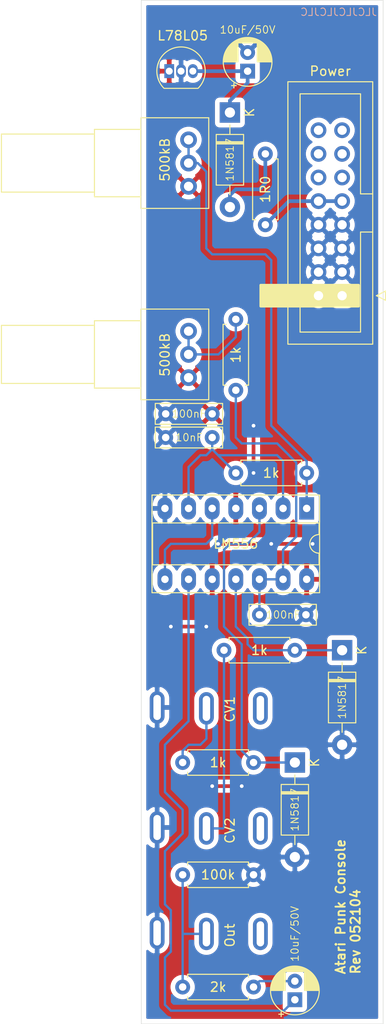
<source format=kicad_pcb>
(kicad_pcb (version 20171130) (host pcbnew "(5.1.9)-1")
  (layers (0 F.Cu signal) (31 B.Cu signal) (34 B.Paste user) (35 F.Paste user) (36 B.SilkS user) (37 F.SilkS user) (38 B.Mask user) (39 F.Mask user) (44 Edge.Cuts user))
  (net 0 "")
  (net 1 GND)
  (net 2 "Net-(C1-Pad1)")
  (net 3 "Net-(C2-Pad1)")
  (net 4 "Net-(C3-Pad2)")
  (net 5 "Net-(C3-Pad1)")
  (net 6 +VDC)
  (net 7 "Net-(C5-Pad1)")
  (net 8 "Net-(D1-Pad2)")
  (net 9 "Net-(D2-Pad1)")
  (net 10 "Net-(D3-Pad1)")
  (net 11 "Net-(IC2-Pad5)")
  (net 12 "Net-(IC2-Pad1)")
  (net 13 +12V)
  (net 14 "Net-(J4-PadT)")
  (net 15 "Net-(J5-PadT)")
  (net 16 "Net-(J6-PadT)")
  (net 17 "Net-(R11-Pad1)")
  (module Resistor_THT:R_Axial_DIN0207_L6.3mm_D2.5mm_P7.62mm_Horizontal (layer F.Cu) (at 17.78 50.8 180)
    (fp_text reference R1 hide)
    (fp_text value 1k (at 3.81 0) (layer F.SilkS))
    (pad 2 thru_hole oval (at 7.62 0 180) (size 1.6 1.6) (drill 0.8) (layers *.Cu *.Mask) (net 2 "Net-(C1-Pad1)"))
    (pad 1 thru_hole circle (at 0 0 180) (size 1.6 1.6) (drill 0.8) (layers *.Cu *.Mask) (net 12 "Net-(IC2-Pad1)"))
  )
  (module Potentiometer_THT:Potentiometer_Alps_RK097_Single_Horizontal (layer F.Cu) (at 5.08 35.56 180)
    (fp_text reference R11 hide)
    (fp_text value 500kB (at 2.54 -2.54 90) (layer F.SilkS))
    (pad 1 thru_hole circle (at 0 0 180) (size 1.8 1.8) (drill 1) (layers *.Cu *.Mask) (net 17 "Net-(R11-Pad1)"))
    (pad 2 thru_hole circle (at 0 -2.5 180) (size 1.8 1.8) (drill 1) (layers *.Cu *.Mask) (net 17 "Net-(R11-Pad1)"))
    (pad 3 thru_hole circle (at 0 -5 180) (size 1.8 1.8) (drill 1) (layers *.Cu *.Mask) (net 6 +VDC))
  )
  (module Potentiometer_THT:Potentiometer_Alps_RK097_Single_Horizontal (layer F.Cu) (at 5.08 15 180)
    (fp_text reference R10 hide)
    (fp_text value 500kB (at 2.54 -2.145 90) (layer F.SilkS))
    (pad 1 thru_hole circle (at 0 0 180) (size 1.8 1.8) (drill 1) (layers *.Cu *.Mask) (net 12 "Net-(IC2-Pad1)"))
    (pad 2 thru_hole circle (at 0 -2.5 180) (size 1.8 1.8) (drill 1) (layers *.Cu *.Mask) (net 12 "Net-(IC2-Pad1)"))
    (pad 3 thru_hole circle (at 0 -5 180) (size 1.8 1.8) (drill 1) (layers *.Cu *.Mask) (net 6 +VDC))
  )
  (module Connector_Audio_PJSeries:PJ-323 (layer F.Cu) (at 0 76)
    (fp_text reference J6 hide)
    (fp_text value CV1 (at 9.525 0.2 90) (layer F.SilkS))
    (pad TN thru_hole oval (at 12.8 0.1) (size 1.6 3.5) (drill oval 0.8 2.7) (layers *.Cu *.Mask))
    (pad T thru_hole oval (at 7 0.1) (size 1.6 3.5) (drill oval 0.8 2.7) (layers *.Cu *.Mask) (net 16 "Net-(J6-PadT)"))
    (pad S thru_hole oval (at 1.7 0) (size 1.6 3.5) (drill oval 0.8 2.7) (layers *.Cu *.Mask) (net 1 GND))
  )
  (module Connector_Audio_PJSeries:PJ-323 (layer F.Cu) (at 0 88.9)
    (fp_text reference J5 hide)
    (fp_text value CV2 (at 9.525 0.33 90) (layer F.SilkS))
    (pad TN thru_hole oval (at 12.8 0.1) (size 1.6 3.5) (drill oval 0.8 2.7) (layers *.Cu *.Mask))
    (pad T thru_hole oval (at 7 0.1) (size 1.6 3.5) (drill oval 0.8 2.7) (layers *.Cu *.Mask) (net 15 "Net-(J5-PadT)"))
    (pad S thru_hole oval (at 1.7 0) (size 1.6 3.5) (drill oval 0.8 2.7) (layers *.Cu *.Mask) (net 1 GND))
  )
  (module Connector_Audio_PJSeries:PJ-323 (layer F.Cu) (at 0 100.23)
    (fp_text reference J4 hide)
    (fp_text value Out (at 9.525 0.265 90) (layer F.SilkS))
    (pad TN thru_hole oval (at 12.8 0.1) (size 1.6 3.5) (drill oval 0.8 2.7) (layers *.Cu *.Mask))
    (pad T thru_hole oval (at 7 0.1) (size 1.6 3.5) (drill oval 0.8 2.7) (layers *.Cu *.Mask) (net 14 "Net-(J4-PadT)"))
    (pad S thru_hole oval (at 1.7 0) (size 1.6 3.5) (drill oval 0.8 2.7) (layers *.Cu *.Mask) (net 1 GND))
  )
  (module Resistor_THT:R_Axial_DIN0207_L6.3mm_D2.5mm_P7.62mm_Horizontal (layer F.Cu) (at 10.16 41.91 90)
    (fp_text reference R9 hide)
    (fp_text value 1k (at 3.81 0 90) (layer F.SilkS))
    (pad 2 thru_hole oval (at 7.62 0 90) (size 1.6 1.6) (drill 0.8) (layers *.Cu *.Mask) (net 17 "Net-(R11-Pad1)"))
    (pad 1 thru_hole circle (at 0 0 90) (size 1.6 1.6) (drill 0.8) (layers *.Cu *.Mask) (net 3 "Net-(C2-Pad1)"))
  )
  (module Resistor_THT:R_Axial_DIN0207_L6.3mm_D2.5mm_P7.62mm_Horizontal (layer F.Cu) (at 8.89 69.85)
    (fp_text reference R8 hide)
    (fp_text value 1k (at 3.81 0) (layer F.SilkS))
    (pad 2 thru_hole oval (at 7.62 0) (size 1.6 1.6) (drill 0.8) (layers *.Cu *.Mask) (net 10 "Net-(D3-Pad1)"))
    (pad 1 thru_hole circle (at 0 0) (size 1.6 1.6) (drill 0.8) (layers *.Cu *.Mask) (net 15 "Net-(J5-PadT)"))
  )
  (module Resistor_THT:R_Axial_DIN0207_L6.3mm_D2.5mm_P7.62mm_Horizontal (layer F.Cu) (at 4.445 81.915)
    (fp_text reference R7 hide)
    (fp_text value 1k (at 3.81 0) (layer F.SilkS))
    (pad 2 thru_hole oval (at 7.62 0) (size 1.6 1.6) (drill 0.8) (layers *.Cu *.Mask) (net 9 "Net-(D2-Pad1)"))
    (pad 1 thru_hole circle (at 0 0) (size 1.6 1.6) (drill 0.8) (layers *.Cu *.Mask) (net 16 "Net-(J6-PadT)"))
  )
  (module Resistor_THT:R_Axial_DIN0207_L6.3mm_D2.5mm_P7.62mm_Horizontal (layer F.Cu) (at 4.445 106.045)
    (fp_text reference R4 hide)
    (fp_text value 2k (at 3.81 0) (layer F.SilkS))
    (pad 2 thru_hole oval (at 7.62 0) (size 1.6 1.6) (drill 0.8) (layers *.Cu *.Mask) (net 4 "Net-(C3-Pad2)"))
    (pad 1 thru_hole circle (at 0 0) (size 1.6 1.6) (drill 0.8) (layers *.Cu *.Mask) (net 14 "Net-(J4-PadT)"))
  )
  (module Resistor_THT:R_Axial_DIN0207_L6.3mm_D2.5mm_P7.62mm_Horizontal (layer F.Cu) (at 12.065 93.98 180)
    (fp_text reference R3 hide)
    (fp_text value 100k (at 3.81 0) (layer F.SilkS))
    (pad 2 thru_hole oval (at 7.62 0 180) (size 1.6 1.6) (drill 0.8) (layers *.Cu *.Mask) (net 14 "Net-(J4-PadT)"))
    (pad 1 thru_hole circle (at 0 0 180) (size 1.6 1.6) (drill 0.8) (layers *.Cu *.Mask) (net 1 GND))
  )
  (module Resistor_THT:R_Axial_DIN0207_L6.3mm_D2.5mm_P7.62mm_Horizontal (layer F.Cu) (at 13.335 16.51 270)
    (fp_text reference R2 hide)
    (fp_text value 1R0 (at 3.81 0 90) (layer F.SilkS))
    (pad 2 thru_hole oval (at 7.62 0 270) (size 1.6 1.6) (drill 0.8) (layers *.Cu *.Mask) (net 13 +12V))
    (pad 1 thru_hole circle (at 0 0 270) (size 1.6 1.6) (drill 0.8) (layers *.Cu *.Mask) (net 8 "Net-(D1-Pad2)"))
  )
  (module Connector_IDC:IDC-Header_2x08_P2.54mm_Vertical (layer F.Cu) (at 21.59 31.75 180)
    (fp_text reference J1 hide)
    (fp_text value Power (at 1.27 24.13) (layer F.SilkS))
    (pad 16 thru_hole circle (at 2.54 17.78 180) (size 1.7 1.7) (drill 1) (layers *.Cu *.Mask))
    (pad 14 thru_hole circle (at 2.54 15.24 180) (size 1.7 1.7) (drill 1) (layers *.Cu *.Mask))
    (pad 12 thru_hole circle (at 2.54 12.7 180) (size 1.7 1.7) (drill 1) (layers *.Cu *.Mask))
    (pad 10 thru_hole circle (at 2.54 10.16 180) (size 1.7 1.7) (drill 1) (layers *.Cu *.Mask) (net 13 +12V))
    (pad 8 thru_hole circle (at 2.54 7.62 180) (size 1.7 1.7) (drill 1) (layers *.Cu *.Mask) (net 1 GND))
    (pad 6 thru_hole circle (at 2.54 5.08 180) (size 1.7 1.7) (drill 1) (layers *.Cu *.Mask) (net 1 GND))
    (pad 4 thru_hole circle (at 2.54 2.54 180) (size 1.7 1.7) (drill 1) (layers *.Cu *.Mask) (net 1 GND))
    (pad 2 thru_hole circle (at 2.54 0 180) (size 1.7 1.7) (drill 1) (layers *.Cu *.Mask))
    (pad 15 thru_hole circle (at 0 17.78 180) (size 1.7 1.7) (drill 1) (layers *.Cu *.Mask))
    (pad 13 thru_hole circle (at 0 15.24 180) (size 1.7 1.7) (drill 1) (layers *.Cu *.Mask))
    (pad 11 thru_hole circle (at 0 12.7 180) (size 1.7 1.7) (drill 1) (layers *.Cu *.Mask))
    (pad 9 thru_hole circle (at 0 10.16 180) (size 1.7 1.7) (drill 1) (layers *.Cu *.Mask) (net 13 +12V))
    (pad 7 thru_hole circle (at 0 7.62 180) (size 1.7 1.7) (drill 1) (layers *.Cu *.Mask) (net 1 GND))
    (pad 5 thru_hole circle (at 0 5.08 180) (size 1.7 1.7) (drill 1) (layers *.Cu *.Mask) (net 1 GND))
    (pad 3 thru_hole circle (at 0 2.54 180) (size 1.7 1.7) (drill 1) (layers *.Cu *.Mask) (net 1 GND))
    (pad 1 thru_hole roundrect (at 0 0 180) (size 1.7 1.7) (drill 1) (layers *.Cu *.Mask) (roundrect_rratio 0.1470588235294118))
  )
  (module Package_DIP:DIP-14_W7.62mm_Socket_LongPads (layer F.Cu) (at 17.78 54.61 270)
    (fp_text reference IC2 hide)
    (fp_text value LM556 (at 3.81 7.62 180) (layer F.SilkS))
    (pad 14 thru_hole oval (at 7.62 0 270) (size 2.4 1.6) (drill 0.8) (layers *.Cu *.Mask) (net 6 +VDC))
    (pad 7 thru_hole oval (at 0 15.24 270) (size 2.4 1.6) (drill 0.8) (layers *.Cu *.Mask) (net 1 GND))
    (pad 13 thru_hole oval (at 7.62 2.54 270) (size 2.4 1.6) (drill 0.8) (layers *.Cu *.Mask) (net 3 "Net-(C2-Pad1)"))
    (pad 6 thru_hole oval (at 0 12.7 270) (size 2.4 1.6) (drill 0.8) (layers *.Cu *.Mask) (net 2 "Net-(C1-Pad1)"))
    (pad 12 thru_hole oval (at 7.62 5.08 270) (size 2.4 1.6) (drill 0.8) (layers *.Cu *.Mask) (net 3 "Net-(C2-Pad1)"))
    (pad 5 thru_hole oval (at 0 10.16 270) (size 2.4 1.6) (drill 0.8) (layers *.Cu *.Mask) (net 11 "Net-(IC2-Pad5)"))
    (pad 11 thru_hole oval (at 7.62 7.62 270) (size 2.4 1.6) (drill 0.8) (layers *.Cu *.Mask) (net 10 "Net-(D3-Pad1)"))
    (pad 4 thru_hole oval (at 0 7.62 270) (size 2.4 1.6) (drill 0.8) (layers *.Cu *.Mask) (net 6 +VDC))
    (pad 10 thru_hole oval (at 7.62 10.16 270) (size 2.4 1.6) (drill 0.8) (layers *.Cu *.Mask) (net 6 +VDC))
    (pad 3 thru_hole oval (at 0 5.08 270) (size 2.4 1.6) (drill 0.8) (layers *.Cu *.Mask) (net 9 "Net-(D2-Pad1)"))
    (pad 9 thru_hole oval (at 7.62 12.7 270) (size 2.4 1.6) (drill 0.8) (layers *.Cu *.Mask) (net 5 "Net-(C3-Pad1)"))
    (pad 2 thru_hole oval (at 0 2.54 270) (size 2.4 1.6) (drill 0.8) (layers *.Cu *.Mask) (net 2 "Net-(C1-Pad1)"))
    (pad 8 thru_hole oval (at 7.62 15.24 270) (size 2.4 1.6) (drill 0.8) (layers *.Cu *.Mask) (net 11 "Net-(IC2-Pad5)"))
    (pad 1 thru_hole rect (at 0 0 270) (size 2.4 1.6) (drill 0.8) (layers *.Cu *.Mask) (net 12 "Net-(IC2-Pad1)"))
  )
  (module Package_TO_SOT_THT:TO-92_Inline (layer F.Cu) (at 3 7.62)
    (fp_text reference IC1 hide)
    (fp_text value L78L05 (at 1.445 -3.81) (layer F.SilkS))
    (pad 1 thru_hole rect (at 0 0) (size 1.05 1.5) (drill 0.75) (layers *.Cu *.Mask) (net 6 +VDC))
    (pad 3 thru_hole oval (at 2.54 0) (size 1.05 1.5) (drill 0.75) (layers *.Cu *.Mask) (net 7 "Net-(C5-Pad1)"))
    (pad 2 thru_hole oval (at 1.27 0) (size 1.05 1.5) (drill 0.75) (layers *.Cu *.Mask) (net 1 GND))
  )
  (module Diode_THT:D_DO-41_SOD81_P10.16mm_Horizontal (layer F.Cu) (at 21.59 69.85 270)
    (fp_text reference D3 hide)
    (fp_text value 1N5817 (at 5.08 0 90) (layer F.SilkS) (effects (font (size 0.8 0.8) (thickness 0.1))))
    (fp_text user K (at 0 -2.1 90) (layer F.SilkS))
    (pad 2 thru_hole oval (at 10.16 0 270) (size 2.2 2.2) (drill 1.1) (layers *.Cu *.Mask) (net 1 GND))
    (pad 1 thru_hole rect (at 0 0 270) (size 2.2 2.2) (drill 1.1) (layers *.Cu *.Mask) (net 10 "Net-(D3-Pad1)"))
  )
  (module Diode_THT:D_DO-41_SOD81_P10.16mm_Horizontal (layer F.Cu) (at 16.51 81.915 270)
    (fp_text reference D2 hide)
    (fp_text value 1N5817 (at 5.08 0 90) (layer F.SilkS) (effects (font (size 0.8 0.8) (thickness 0.1))))
    (fp_text user K (at 0 -2.1 90) (layer F.SilkS))
    (pad 2 thru_hole oval (at 10.16 0 270) (size 2.2 2.2) (drill 1.1) (layers *.Cu *.Mask) (net 1 GND))
    (pad 1 thru_hole rect (at 0 0 270) (size 2.2 2.2) (drill 1.1) (layers *.Cu *.Mask) (net 9 "Net-(D2-Pad1)"))
  )
  (module Diode_THT:D_DO-41_SOD81_P10.16mm_Horizontal (layer F.Cu) (at 9.525 12.065 270)
    (fp_text reference D1 hide)
    (fp_text value 1N5817 (at 5.08 0 90) (layer F.SilkS) (effects (font (size 0.8 0.8) (thickness 0.1))))
    (fp_text user K (at 0 -2.1 90) (layer F.SilkS))
    (pad 2 thru_hole oval (at 10.16 0 270) (size 2.2 2.2) (drill 1.1) (layers *.Cu *.Mask) (net 8 "Net-(D1-Pad2)"))
    (pad 1 thru_hole rect (at 0 0 270) (size 2.2 2.2) (drill 1.1) (layers *.Cu *.Mask) (net 7 "Net-(C5-Pad1)"))
  )
  (module Capacitor_THT:CP_Radial_D5.0mm_P2.00mm (layer F.Cu) (at 11.43 7.62 90)
    (fp_text reference C5 hide)
    (fp_text value 10uF/50V (at 4.445 0 180) (layer F.SilkS) (effects (font (size 0.8 0.8) (thickness 0.1))))
    (pad 2 thru_hole circle (at 2 0 90) (size 1.6 1.6) (drill 0.8) (layers *.Cu *.Mask) (net 1 GND))
    (pad 1 thru_hole rect (at 0 0 90) (size 1.6 1.6) (drill 0.8) (layers *.Cu *.Mask) (net 7 "Net-(C5-Pad1)"))
  )
  (module Capacitor_THT:C_Rect_L7.0mm_W2.0mm_P5.00mm (layer F.Cu) (at 7.62 44.45 180)
    (fp_text reference C4 hide)
    (fp_text value 100nF (at 2.5 0) (layer F.SilkS) (effects (font (size 0.8 0.8) (thickness 0.1))))
    (pad 2 thru_hole circle (at 5 0 180) (size 1.6 1.6) (drill 0.8) (layers *.Cu *.Mask) (net 1 GND))
    (pad 1 thru_hole circle (at 0 0 180) (size 1.6 1.6) (drill 0.8) (layers *.Cu *.Mask) (net 6 +VDC))
  )
  (module Capacitor_THT:CP_Radial_D5.0mm_P2.00mm (layer F.Cu) (at 16.51 107.41 90)
    (fp_text reference C3 hide)
    (fp_text value 10uF/50V (at 7.08 0 90) (layer F.SilkS) (effects (font (size 0.8 0.8) (thickness 0.1))))
    (pad 2 thru_hole circle (at 2 0 90) (size 1.6 1.6) (drill 0.8) (layers *.Cu *.Mask) (net 4 "Net-(C3-Pad2)"))
    (pad 1 thru_hole rect (at 0 0 90) (size 1.6 1.6) (drill 0.8) (layers *.Cu *.Mask) (net 5 "Net-(C3-Pad1)"))
  )
  (module Capacitor_THT:C_Rect_L7.0mm_W2.0mm_P5.00mm (layer F.Cu) (at 12.7 66.04)
    (fp_text reference C2 hide)
    (fp_text value 100nF (at 2.54 0) (layer F.SilkS) (effects (font (size 0.8 0.8) (thickness 0.1))))
    (pad 2 thru_hole circle (at 5 0) (size 1.6 1.6) (drill 0.8) (layers *.Cu *.Mask) (net 1 GND))
    (pad 1 thru_hole circle (at 0 0) (size 1.6 1.6) (drill 0.8) (layers *.Cu *.Mask) (net 3 "Net-(C2-Pad1)"))
  )
  (module Capacitor_THT:C_Rect_L7.0mm_W2.0mm_P5.00mm (layer F.Cu) (at 7.62 46.99 180)
    (fp_text reference C1 hide)
    (fp_text value 10nF (at 2.5 0) (layer F.SilkS) (effects (font (size 0.8 0.8) (thickness 0.1))))
    (pad 2 thru_hole circle (at 5 0 180) (size 1.6 1.6) (drill 0.8) (layers *.Cu *.Mask) (net 1 GND))
    (pad 1 thru_hole circle (at 0 0 180) (size 1.6 1.6) (drill 0.8) (layers *.Cu *.Mask) (net 2 "Net-(C1-Pad1)"))
  )
  (gr_text JLCJLCJLCJLC (at 25.4 1.27) (layer B.SilkS) (effects (font (size 0.8 0.8) (thickness 0.1)) (justify left mirror)))
  (gr_text "Atari Punk Console\nRev 052104" (at 22.225 104.775 90) (layer F.SilkS) (effects (font (size 1 1) (thickness 0.2)) (justify left)))
  (gr_line (start 0 110) (end 0 0) (layer Edge.Cuts) (width 0.05))
  (gr_line (start 26 110) (end 0 110) (layer Edge.Cuts) (width 0.05))
  (gr_line (start 26 0) (end 26 110) (layer Edge.Cuts) (width 0.05))
  (gr_line (start 0 0) (end 26 0) (layer Edge.Cuts) (width 0.05))
  (via (at 3.175 67.31) (size 0.8) (drill 0.4) (layers F.Cu B.Cu) (net 1))
  (via (at 6.985 67.31) (size 0.8) (drill 0.4) (layers F.Cu B.Cu) (net 1))
  (segment (start 3.175 67.31) (end 6.985 67.31) (width 0.4) (layer F.Cu) (net 1))
  (via (at 18.415 58.42) (size 0.8) (drill 0.4) (layers F.Cu B.Cu) (net 1))
  (via (at 13.97 58.42) (size 0.8) (drill 0.4) (layers F.Cu B.Cu) (net 1))
  (via (at 8.255 58.42) (size 0.8) (drill 0.4) (layers F.Cu B.Cu) (net 1))
  (segment (start 18.415 58.42) (end 13.97 58.42) (width 0.4) (layer F.Cu) (net 1))
  (segment (start 13.97 58.42) (end 8.255 58.42) (width 0.4) (layer F.Cu) (net 1))
  (via (at 12.065 45.72) (size 0.8) (drill 0.4) (layers F.Cu B.Cu) (net 1))
  (via (at 12.065 50.8) (size 0.8) (drill 0.4) (layers F.Cu B.Cu) (net 1))
  (segment (start 12.065 45.72) (end 12.065 50.8) (width 0.4) (layer F.Cu) (net 1))
  (via (at 10.795 84.455) (size 0.8) (drill 0.4) (layers F.Cu B.Cu) (net 1))
  (via (at 7.62 84.455) (size 0.8) (drill 0.4) (layers F.Cu B.Cu) (net 1))
  (segment (start 10.795 84.455) (end 7.62 84.455) (width 0.4) (layer F.Cu) (net 1))
  (segment (start 5.08 50.8) (end 5.08 50.165) (width 0.25) (layer B.Cu) (net 2))
  (segment (start 5.08 50.165) (end 6.35 48.895) (width 0.25) (layer B.Cu) (net 2))
  (segment (start 6.35 48.895) (end 6.985 48.895) (width 0.25) (layer B.Cu) (net 2))
  (segment (start 7.62 48.26) (end 7.62 46.99) (width 0.25) (layer B.Cu) (net 2))
  (segment (start 6.985 48.895) (end 7.62 48.26) (width 0.25) (layer B.Cu) (net 2))
  (segment (start 5.08 54.61) (end 5.08 50.8) (width 0.25) (layer B.Cu) (net 2))
  (segment (start 15.24 49.53) (end 15.24 54.61) (width 0.25) (layer B.Cu) (net 2))
  (segment (start 14.605 48.895) (end 15.24 49.53) (width 0.25) (layer B.Cu) (net 2))
  (segment (start 8.255 48.895) (end 14.605 48.895) (width 0.25) (layer B.Cu) (net 2))
  (segment (start 7.62 48.26) (end 8.255 48.895) (width 0.25) (layer B.Cu) (net 2))
  (segment (start 10.16 50.8) (end 8.255 48.895) (width 0.25) (layer B.Cu) (net 2))
  (segment (start 15.24 62.23) (end 12.7 62.23) (width 0.25) (layer B.Cu) (net 3))
  (segment (start 12.7 66.04) (end 12.7 62.23) (width 0.25) (layer B.Cu) (net 3))
  (segment (start 10.795 47.625) (end 10.16 46.99) (width 0.25) (layer B.Cu) (net 3))
  (segment (start 14.605 47.625) (end 10.795 47.625) (width 0.25) (layer B.Cu) (net 3))
  (segment (start 10.16 46.99) (end 10.16 41.91) (width 0.25) (layer B.Cu) (net 3))
  (segment (start 16.654999 49.674999) (end 14.605 47.625) (width 0.25) (layer B.Cu) (net 3))
  (segment (start 15.24 59.055) (end 16.654999 57.640001) (width 0.25) (layer B.Cu) (net 3))
  (segment (start 16.654999 57.640001) (end 16.654999 49.674999) (width 0.25) (layer B.Cu) (net 3))
  (segment (start 15.24 62.23) (end 15.24 59.055) (width 0.25) (layer B.Cu) (net 3))
  (segment (start 12.7 105.41) (end 12.065 106.045) (width 0.25) (layer B.Cu) (net 4))
  (segment (start 16.51 105.41) (end 12.7 105.41) (width 0.25) (layer B.Cu) (net 4))
  (segment (start 5.08 62.23) (end 5.08 77.47) (width 0.25) (layer B.Cu) (net 5))
  (segment (start 5.08 77.47) (end 2.54 80.01) (width 0.25) (layer B.Cu) (net 5))
  (segment (start 2.54 80.01) (end 2.54 85.09) (width 0.25) (layer B.Cu) (net 5))
  (segment (start 4.445 86.995) (end 4.445 89.535) (width 0.25) (layer B.Cu) (net 5))
  (segment (start 2.54 85.09) (end 4.445 86.995) (width 0.25) (layer B.Cu) (net 5))
  (segment (start 4.445 89.535) (end 2.54 91.44) (width 0.25) (layer B.Cu) (net 5))
  (segment (start 2.54 91.44) (end 2.54 97.155) (width 0.25) (layer B.Cu) (net 5))
  (segment (start 2.54 97.155) (end 3.175 97.79) (width 0.25) (layer B.Cu) (net 5))
  (segment (start 3.175 97.79) (end 3.175 102.235) (width 0.25) (layer B.Cu) (net 5))
  (segment (start 3.175 102.235) (end 2.54 102.87) (width 0.25) (layer B.Cu) (net 5))
  (segment (start 2.54 102.87) (end 2.54 107.95) (width 0.25) (layer B.Cu) (net 5))
  (segment (start 2.54 107.95) (end 3.175 108.585) (width 0.25) (layer B.Cu) (net 5))
  (segment (start 15.335 108.585) (end 16.51 107.41) (width 0.25) (layer B.Cu) (net 5))
  (segment (start 3.175 108.585) (end 15.335 108.585) (width 0.25) (layer B.Cu) (net 5))
  (segment (start 9.525 12.065) (end 9.525 10.795) (width 0.4) (layer B.Cu) (net 7))
  (segment (start 9.525 10.795) (end 11.43 8.89) (width 0.4) (layer B.Cu) (net 7))
  (segment (start 11.43 8.89) (end 11.43 7.62) (width 0.4) (layer B.Cu) (net 7))
  (segment (start 11.43 7.62) (end 5.54 7.62) (width 0.4) (layer B.Cu) (net 7))
  (segment (start 13.335 19.685) (end 13.335 16.51) (width 0.4) (layer B.Cu) (net 8))
  (segment (start 12.7 20.32) (end 13.335 19.685) (width 0.4) (layer B.Cu) (net 8))
  (segment (start 10.16 20.32) (end 12.7 20.32) (width 0.4) (layer B.Cu) (net 8))
  (segment (start 9.525 20.955) (end 10.16 20.32) (width 0.4) (layer B.Cu) (net 8))
  (segment (start 9.525 22.225) (end 9.525 20.955) (width 0.4) (layer B.Cu) (net 8))
  (segment (start 16.51 81.915) (end 12.065 81.915) (width 0.25) (layer B.Cu) (net 9))
  (segment (start 10.795 80.645) (end 12.065 81.915) (width 0.25) (layer B.Cu) (net 9))
  (segment (start 10.795 69.215) (end 10.795 80.645) (width 0.25) (layer B.Cu) (net 9))
  (segment (start 8.89 59.055) (end 8.89 67.31) (width 0.25) (layer B.Cu) (net 9))
  (segment (start 9.525 58.42) (end 8.89 59.055) (width 0.25) (layer B.Cu) (net 9))
  (segment (start 11.43 58.42) (end 9.525 58.42) (width 0.25) (layer B.Cu) (net 9))
  (segment (start 8.89 67.31) (end 10.795 69.215) (width 0.25) (layer B.Cu) (net 9))
  (segment (start 12.7 57.15) (end 11.43 58.42) (width 0.25) (layer B.Cu) (net 9))
  (segment (start 12.7 54.61) (end 12.7 57.15) (width 0.25) (layer B.Cu) (net 9))
  (segment (start 16.51 69.85) (end 21.59 69.85) (width 0.25) (layer B.Cu) (net 10))
  (segment (start 11.43 69.215) (end 12.065 69.85) (width 0.25) (layer B.Cu) (net 10))
  (segment (start 11.43 68.58) (end 11.43 69.215) (width 0.25) (layer B.Cu) (net 10))
  (segment (start 10.16 67.31) (end 11.43 68.58) (width 0.25) (layer B.Cu) (net 10))
  (segment (start 12.065 69.85) (end 16.51 69.85) (width 0.25) (layer B.Cu) (net 10))
  (segment (start 10.16 62.23) (end 10.16 67.31) (width 0.25) (layer B.Cu) (net 10))
  (segment (start 2.54 62.23) (end 2.54 59.055) (width 0.25) (layer B.Cu) (net 11))
  (segment (start 2.54 59.055) (end 3.175 58.42) (width 0.25) (layer B.Cu) (net 11))
  (segment (start 3.175 58.42) (end 6.985 58.42) (width 0.25) (layer B.Cu) (net 11))
  (segment (start 7.62 57.785) (end 7.62 54.61) (width 0.25) (layer B.Cu) (net 11))
  (segment (start 6.985 58.42) (end 7.62 57.785) (width 0.25) (layer B.Cu) (net 11))
  (segment (start 17.78 54.61) (end 17.78 50.8) (width 0.25) (layer B.Cu) (net 12))
  (segment (start 5.08 15) (end 5.08 17.5) (width 0.25) (layer B.Cu) (net 12))
  (segment (start 6.07 17.5) (end 5.08 17.5) (width 0.25) (layer B.Cu) (net 12))
  (segment (start 6.985 18.415) (end 6.07 17.5) (width 0.25) (layer B.Cu) (net 12))
  (segment (start 6.985 26.67) (end 6.985 18.415) (width 0.25) (layer B.Cu) (net 12))
  (segment (start 7.62 27.305) (end 6.985 26.67) (width 0.25) (layer B.Cu) (net 12))
  (segment (start 13.335 27.305) (end 7.62 27.305) (width 0.25) (layer B.Cu) (net 12))
  (segment (start 13.97 27.94) (end 13.335 27.305) (width 0.25) (layer B.Cu) (net 12))
  (segment (start 13.97 45.72) (end 13.97 27.94) (width 0.25) (layer B.Cu) (net 12))
  (segment (start 17.78 49.53) (end 13.97 45.72) (width 0.25) (layer B.Cu) (net 12))
  (segment (start 17.78 50.8) (end 17.78 49.53) (width 0.25) (layer B.Cu) (net 12))
  (segment (start 21.59 21.59) (end 19.05 21.59) (width 0.4) (layer B.Cu) (net 13))
  (segment (start 13.335 24.13) (end 15.875 21.59) (width 0.4) (layer B.Cu) (net 13))
  (segment (start 15.875 21.59) (end 19.05 21.59) (width 0.4) (layer B.Cu) (net 13))
  (segment (start 7 100.33) (end 5.08 100.33) (width 0.25) (layer B.Cu) (net 14))
  (segment (start 4.445 100.33) (end 5.08 100.33) (width 0.25) (layer B.Cu) (net 14))
  (segment (start 4.445 106.045) (end 4.445 100.33) (width 0.25) (layer B.Cu) (net 14))
  (segment (start 4.445 100.33) (end 4.445 93.98) (width 0.25) (layer B.Cu) (net 14))
  (segment (start 8.89 88.9) (end 8.89 69.85) (width 0.25) (layer B.Cu) (net 15))
  (segment (start 8.79 89) (end 8.89 88.9) (width 0.25) (layer B.Cu) (net 15))
  (segment (start 7 89) (end 8.79 89) (width 0.25) (layer B.Cu) (net 15))
  (segment (start 4.445 81.915) (end 4.445 80.645) (width 0.25) (layer B.Cu) (net 16))
  (segment (start 4.445 80.645) (end 5.08 80.01) (width 0.25) (layer B.Cu) (net 16))
  (segment (start 5.08 80.01) (end 6.35 80.01) (width 0.25) (layer B.Cu) (net 16))
  (segment (start 7 79.36) (end 6.35 80.01) (width 0.25) (layer B.Cu) (net 16))
  (segment (start 7 76.1) (end 7 79.36) (width 0.25) (layer B.Cu) (net 16))
  (segment (start 10.16 36.195) (end 10.16 34.29) (width 0.25) (layer B.Cu) (net 17))
  (segment (start 8.295 38.06) (end 10.16 36.195) (width 0.25) (layer B.Cu) (net 17))
  (segment (start 5.08 38.06) (end 8.295 38.06) (width 0.25) (layer B.Cu) (net 17))
  (segment (start 5.08 35.56) (end 5.08 38.06) (width 0.25) (layer B.Cu) (net 17))
  (zone (net 1) (net_name GND) (layer B.Cu) (connect_pads (clearance 0.508)) (min_thickness 0.254) (fill yes (arc_segments 32) (thermal_gap 0.508) (thermal_bridge_width 0.508))
    (polygon (pts (xy 26 110) (xy 0 110) (xy 0 0) (xy 26 0)))
  )
  (zone (net 6) (net_name +VDC) (layer F.Cu) (connect_pads (clearance 0.508)) (min_thickness 0.254) (fill yes (arc_segments 32) (thermal_gap 0.508) (thermal_bridge_width 0.508))
    (polygon (pts (xy 26 110) (xy 0 110) (xy 0 0) (xy 26 0)))
  )
  (zone (net 0) (net_name "") (layer F.SilkS) (connect_pads (clearance 0.508)) (min_thickness 0.254) (fill yes (arc_segments 32) (thermal_gap 0.508) (thermal_bridge_width 0.508))
    (polygon (pts (xy 23.495 33.02) (xy 12.7 33.02) (xy 12.7 30.48) (xy 23.495 30.48)))
  )
)
</source>
